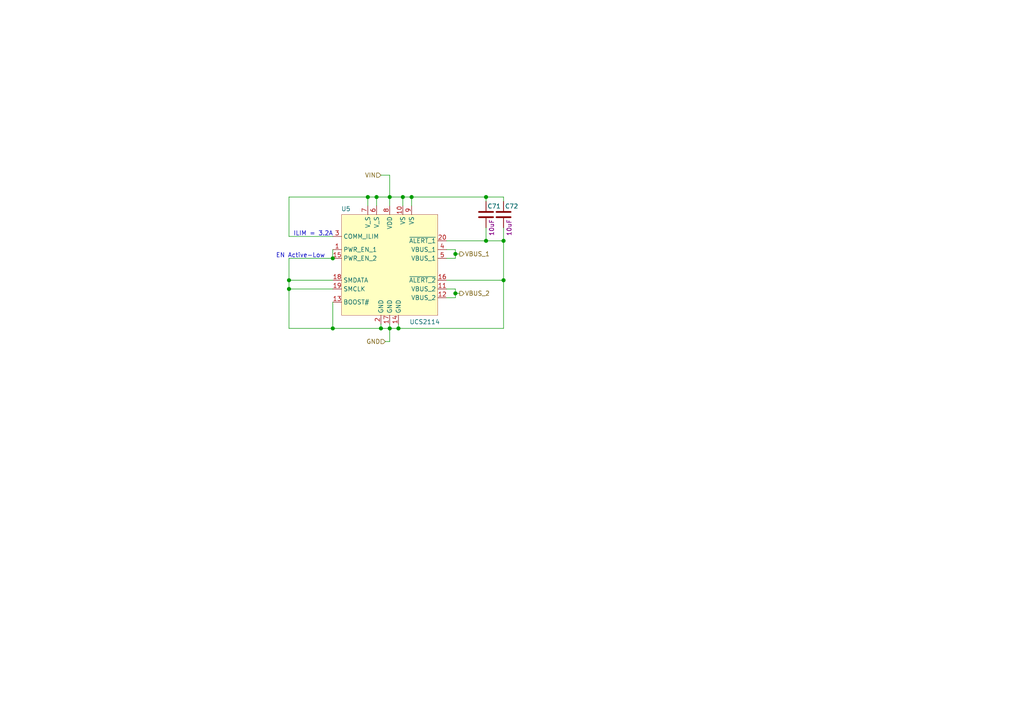
<source format=kicad_sch>
(kicad_sch (version 20210406) (generator eeschema)
  (paper "A4")
  (lib_symbols
    (symbol "capacitors:GRM21BR61H106ME43" (pin_numbers hide) (pin_names (offset 0.254))
      (property "Reference" "C" (at 0.635 2.54 0))
      (property "id" "10uF" (at -3.81 2.54 0))
      (symbol "GRM21BR61H106ME43_0_1"
        (polyline (pts (xy -2.032 -0.762) (xy 2.032 -0.762)) (stroke (width 0.508)))
        (polyline (pts (xy -2.032 0.762) (xy 2.032 0.762)) (stroke (width 0.508)))
      )
      (symbol "GRM21BR61H106ME43_1_1"
        (pin passive line (at 0 3.81 270) (length 2.794) (name "~") (number "1"))
        (pin passive line (at 0 -3.81 90) (length 2.794) (name "~") (number "2"))
      )
    )
    (symbol "mte_usb_hub:UCS2114"
      (property "Reference" "U" (at -12.7 16.51 0))
      (property "Value" "UCS2114" (at 10.16 -15.24 0))
      (symbol "UCS2114_0_1"
        (rectangle (start -13.97 15.24) (end 13.97 -13.97) (stroke (width 0.001)) (fill (type background)))
      )
      (symbol "UCS2114_1_0"
        (pin input line (at -16.51 5.08 0) (length 2.54) (name "PWR_EN_1") (number "1"))
        (pin power_in line (at 3.81 17.78 270) (length 2.54) (name "VS") (number "10"))
        (pin power_out line (at 16.51 -6.35 180) (length 2.54) (name "VBUS_2") (number "11"))
        (pin passive line (at 16.51 -8.89 180) (length 2.54) (name "VBUS_2") (number "12"))
        (pin passive line (at -16.51 -10.16 0) (length 2.54) (name "BOOST#") (number "13"))
        (pin power_in line (at 2.54 -16.51 90) (length 2.54) (name "GND") (number "14"))
        (pin input line (at -16.51 2.54 0) (length 2.54) (name "PWR_EN_2") (number "15"))
        (pin open_collector line (at 16.51 -3.81 180) (length 2.54) (name "~ALERT_2") (number "16"))
        (pin power_in line (at 0 -16.51 90) (length 2.54) (name "GND") (number "17"))
        (pin open_collector line (at -16.51 -3.81 0) (length 2.54) (name "SMDATA") (number "18"))
        (pin input line (at -16.51 -6.35 0) (length 2.54) (name "SMCLK") (number "19"))
        (pin power_in line (at -2.54 -16.51 90) (length 2.54) (name "GND") (number "2"))
        (pin open_collector line (at 16.51 7.62 180) (length 2.54) (name "~ALERT_1") (number "20"))
        (pin input line (at -16.51 8.89 0) (length 2.54) (name "COMM_ILIM") (number "3"))
        (pin power_out line (at 16.51 5.08 180) (length 2.54) (name "VBUS_1") (number "4"))
        (pin passive line (at 16.51 2.54 180) (length 2.54) (name "VBUS_1") (number "5"))
        (pin power_in line (at -3.81 17.78 270) (length 2.54) (name "V_S") (number "6"))
        (pin power_in line (at -6.35 17.78 270) (length 2.54) (name "V_S") (number "7"))
        (pin power_in line (at 0 17.78 270) (length 2.54) (name "VDD") (number "8"))
        (pin power_in line (at 6.35 17.78 270) (length 2.54) (name "VS") (number "9"))
      )
    )
  )
  (junction (at 83.82 81.28) (diameter 1.016))
  (junction (at 83.82 83.82) (diameter 1.016))
  (junction (at 96.52 74.93) (diameter 1.016))
  (junction (at 96.52 95.25) (diameter 1.016))
  (junction (at 106.68 57.15) (diameter 1.016))
  (junction (at 109.22 57.15) (diameter 1.016))
  (junction (at 110.49 95.25) (diameter 1.016))
  (junction (at 113.03 57.15) (diameter 1.016))
  (junction (at 113.03 95.25) (diameter 1.016))
  (junction (at 115.57 95.25) (diameter 1.016))
  (junction (at 116.84 57.15) (diameter 1.016))
  (junction (at 119.38 57.15) (diameter 1.016))
  (junction (at 132.08 73.66) (diameter 1.016))
  (junction (at 132.08 85.09) (diameter 1.016))
  (junction (at 140.97 57.15) (diameter 1.016))
  (junction (at 140.97 69.85) (diameter 1.016))
  (junction (at 146.05 69.85) (diameter 1.016))
  (junction (at 146.05 81.28) (diameter 1.016))
  (wire (pts (xy 83.82 57.15) (xy 106.68 57.15)))
  (wire (pts (xy 83.82 68.58) (xy 83.82 57.15)))
  (wire (pts (xy 83.82 68.58) (xy 96.52 68.58)))
  (wire (pts (xy 83.82 74.93) (xy 83.82 81.28)))
  (wire (pts (xy 83.82 74.93) (xy 96.52 74.93)))
  (wire (pts (xy 83.82 81.28) (xy 83.82 83.82)))
  (wire (pts (xy 83.82 81.28) (xy 96.52 81.28)))
  (wire (pts (xy 83.82 83.82) (xy 83.82 95.25)))
  (wire (pts (xy 83.82 83.82) (xy 96.52 83.82)))
  (wire (pts (xy 83.82 95.25) (xy 96.52 95.25)))
  (wire (pts (xy 96.52 72.39) (xy 96.52 74.93)))
  (wire (pts (xy 96.52 87.63) (xy 96.52 95.25)))
  (wire (pts (xy 96.52 95.25) (xy 110.49 95.25)))
  (wire (pts (xy 106.68 57.15) (xy 109.22 57.15)))
  (wire (pts (xy 106.68 59.69) (xy 106.68 57.15)))
  (wire (pts (xy 109.22 57.15) (xy 109.22 59.69)))
  (wire (pts (xy 109.22 57.15) (xy 113.03 57.15)))
  (wire (pts (xy 110.49 95.25) (xy 110.49 93.98)))
  (wire (pts (xy 111.76 99.06) (xy 113.03 99.06)))
  (wire (pts (xy 113.03 50.8) (xy 110.49 50.8)))
  (wire (pts (xy 113.03 50.8) (xy 113.03 57.15)))
  (wire (pts (xy 113.03 57.15) (xy 113.03 59.69)))
  (wire (pts (xy 113.03 93.98) (xy 113.03 95.25)))
  (wire (pts (xy 113.03 95.25) (xy 110.49 95.25)))
  (wire (pts (xy 113.03 95.25) (xy 113.03 99.06)))
  (wire (pts (xy 113.03 95.25) (xy 115.57 95.25)))
  (wire (pts (xy 115.57 95.25) (xy 115.57 93.98)))
  (wire (pts (xy 116.84 57.15) (xy 113.03 57.15)))
  (wire (pts (xy 116.84 57.15) (xy 116.84 59.69)))
  (wire (pts (xy 119.38 57.15) (xy 116.84 57.15)))
  (wire (pts (xy 119.38 57.15) (xy 140.97 57.15)))
  (wire (pts (xy 119.38 59.69) (xy 119.38 57.15)))
  (wire (pts (xy 129.54 69.85) (xy 140.97 69.85)))
  (wire (pts (xy 129.54 72.39) (xy 132.08 72.39)))
  (wire (pts (xy 129.54 74.93) (xy 132.08 74.93)))
  (wire (pts (xy 129.54 81.28) (xy 146.05 81.28)))
  (wire (pts (xy 129.54 83.82) (xy 132.08 83.82)))
  (wire (pts (xy 129.54 86.36) (xy 132.08 86.36)))
  (wire (pts (xy 132.08 72.39) (xy 132.08 73.66)))
  (wire (pts (xy 132.08 73.66) (xy 132.08 74.93)))
  (wire (pts (xy 132.08 73.66) (xy 133.35 73.66)))
  (wire (pts (xy 132.08 83.82) (xy 132.08 85.09)))
  (wire (pts (xy 132.08 85.09) (xy 132.08 86.36)))
  (wire (pts (xy 132.08 85.09) (xy 133.35 85.09)))
  (wire (pts (xy 140.97 57.15) (xy 140.97 58.42)))
  (wire (pts (xy 140.97 57.15) (xy 146.05 57.15)))
  (wire (pts (xy 140.97 66.04) (xy 140.97 69.85)))
  (wire (pts (xy 140.97 69.85) (xy 146.05 69.85)))
  (wire (pts (xy 146.05 58.42) (xy 146.05 57.15)))
  (wire (pts (xy 146.05 66.04) (xy 146.05 69.85)))
  (wire (pts (xy 146.05 69.85) (xy 146.05 81.28)))
  (wire (pts (xy 146.05 81.28) (xy 146.05 95.25)))
  (wire (pts (xy 146.05 95.25) (xy 115.57 95.25)))
  (text "EN Active-Low" (at 80.01 74.93 0) (effects (font (size 1.27 1.27)) (justify left bottom)))
  (text "ILIM = 3.2A" (at 85.09 68.58 0) (effects (font (size 1.27 1.27)) (justify left bottom)))
  (hierarchical_label "VIN" (shape input) (at 110.49 50.8 180))
  (hierarchical_label "GND" (shape input) (at 111.76 99.06 180))
  (hierarchical_label "VBUS_1" (shape output) (at 133.35 73.66 0))
  (hierarchical_label "VBUS_2" (shape output) (at 133.35 85.09 0))
  (symbol (lib_id "capacitors:GRM21BR61H106ME43") (at 140.97 62.23 0)
    (property "Reference" "C71" (at 141.3511 59.8106 0) (effects (justify left)))
    (property "Value" "GRM21BR61H106ME43" (effects hide))
    (property "Footprint" "footprints:CAPACITOR_0805N" (effects hide))
    (property "id" "10uF" (at 142.6211 68.4593 90) (effects (justify left)))
    (property "manf" "Murata Electronics" (effects hide))
  )
  (symbol (lib_id "capacitors:GRM21BR61H106ME43") (at 146.05 62.23 0)
    (property "Reference" "C72" (at 146.4311 59.8106 0) (effects (justify left)))
    (property "Value" "GRM21BR61H106ME43" (effects hide))
    (property "Footprint" "footprints:CAPACITOR_0805N" (effects hide))
    (property "id" "10uF" (at 147.7011 68.4593 90) (effects (justify left)))
    (property "manf" "Murata Electronics" (effects hide))
  )
  (symbol (lib_id "mte_usb_hub:UCS2114") (at 113.03 77.47 0)
    (property "Reference" "U5" (at 100.33 60.5854 0))
    (property "Value" "UCS2114" (at 123.19 93.3641 0))
  )
)
</source>
